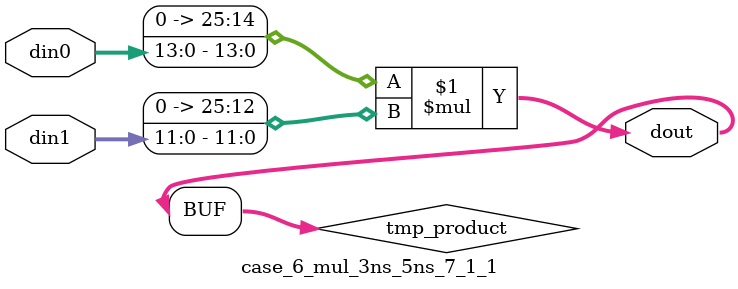
<source format=v>

`timescale 1 ns / 1 ps

 (* use_dsp = "no" *)  module case_6_mul_3ns_5ns_7_1_1(din0, din1, dout);
parameter ID = 1;
parameter NUM_STAGE = 0;
parameter din0_WIDTH = 14;
parameter din1_WIDTH = 12;
parameter dout_WIDTH = 26;

input [din0_WIDTH - 1 : 0] din0; 
input [din1_WIDTH - 1 : 0] din1; 
output [dout_WIDTH - 1 : 0] dout;

wire signed [dout_WIDTH - 1 : 0] tmp_product;
























assign tmp_product = $signed({1'b0, din0}) * $signed({1'b0, din1});











assign dout = tmp_product;





















endmodule

</source>
